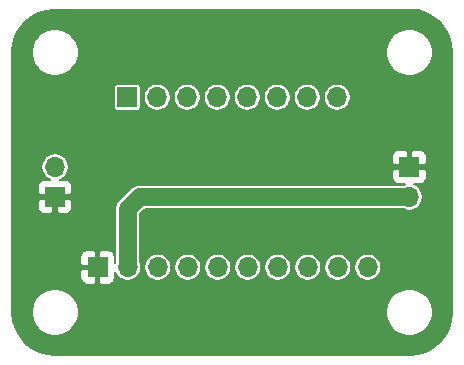
<source format=gbr>
%TF.GenerationSoftware,KiCad,Pcbnew,5.1.6-c6e7f7d~87~ubuntu18.04.1*%
%TF.CreationDate,2020-08-12T00:36:41-03:00*%
%TF.ProjectId,tfAdapter_V1,74664164-6170-4746-9572-5f56312e6b69,rev?*%
%TF.SameCoordinates,Original*%
%TF.FileFunction,Copper,L2,Bot*%
%TF.FilePolarity,Positive*%
%FSLAX46Y46*%
G04 Gerber Fmt 4.6, Leading zero omitted, Abs format (unit mm)*
G04 Created by KiCad (PCBNEW 5.1.6-c6e7f7d~87~ubuntu18.04.1) date 2020-08-12 00:36:41*
%MOMM*%
%LPD*%
G01*
G04 APERTURE LIST*
%TA.AperFunction,ComponentPad*%
%ADD10O,1.700000X1.700000*%
%TD*%
%TA.AperFunction,ComponentPad*%
%ADD11R,1.700000X1.700000*%
%TD*%
%TA.AperFunction,ViaPad*%
%ADD12C,0.800000*%
%TD*%
%TA.AperFunction,Conductor*%
%ADD13C,1.500000*%
%TD*%
%TA.AperFunction,Conductor*%
%ADD14C,0.200000*%
%TD*%
G04 APERTURE END LIST*
D10*
%TO.P,J1,2*%
%TO.N,Net-(J1-Pad2)*%
X138000000Y-97700000D03*
D11*
%TO.P,J1,1*%
%TO.N,GNDREF*%
X138000000Y-100240000D03*
%TD*%
%TO.P,J2,1*%
%TO.N,GNDREF*%
X141600000Y-106200000D03*
D10*
%TO.P,J2,2*%
%TO.N,Net-(J1-Pad2)*%
X144140000Y-106200000D03*
%TO.P,J2,3*%
%TO.N,Net-(J2-Pad3)*%
X146680000Y-106200000D03*
%TO.P,J2,4*%
%TO.N,Net-(J2-Pad4)*%
X149220000Y-106200000D03*
%TO.P,J2,5*%
%TO.N,Net-(J2-Pad5)*%
X151760000Y-106200000D03*
%TO.P,J2,6*%
%TO.N,Net-(J2-Pad6)*%
X154300000Y-106200000D03*
%TO.P,J2,7*%
%TO.N,Net-(J2-Pad7)*%
X156840000Y-106200000D03*
%TO.P,J2,8*%
%TO.N,Net-(J2-Pad8)*%
X159380000Y-106200000D03*
%TO.P,J2,9*%
%TO.N,Net-(J2-Pad9)*%
X161920000Y-106200000D03*
%TO.P,J2,10*%
%TO.N,Net-(J2-Pad10)*%
X164460000Y-106200000D03*
%TD*%
D11*
%TO.P,J3,1*%
%TO.N,Net-(J2-Pad3)*%
X144100000Y-91800000D03*
D10*
%TO.P,J3,2*%
%TO.N,Net-(J2-Pad4)*%
X146640000Y-91800000D03*
%TO.P,J3,3*%
%TO.N,Net-(J2-Pad5)*%
X149180000Y-91800000D03*
%TO.P,J3,4*%
%TO.N,Net-(J2-Pad6)*%
X151720000Y-91800000D03*
%TO.P,J3,5*%
%TO.N,Net-(J2-Pad7)*%
X154260000Y-91800000D03*
%TO.P,J3,6*%
%TO.N,Net-(J2-Pad8)*%
X156800000Y-91800000D03*
%TO.P,J3,7*%
%TO.N,Net-(J2-Pad9)*%
X159340000Y-91800000D03*
%TO.P,J3,8*%
%TO.N,Net-(J2-Pad10)*%
X161880000Y-91800000D03*
%TD*%
D11*
%TO.P,J4,1*%
%TO.N,GNDREF*%
X168000000Y-97700000D03*
D10*
%TO.P,J4,2*%
%TO.N,Net-(J1-Pad2)*%
X168000000Y-100240000D03*
%TD*%
D12*
%TO.N,GNDREF*%
X145400000Y-95000000D03*
X147900000Y-95000000D03*
X150500000Y-95000000D03*
X153000000Y-95000000D03*
X155500000Y-95000000D03*
X158100000Y-95000000D03*
X160600000Y-95000000D03*
X163100000Y-95000000D03*
X142800000Y-95000000D03*
X145500000Y-103000000D03*
X147900000Y-103000000D03*
X150500000Y-103000000D03*
X153000000Y-103000000D03*
X155600000Y-103000000D03*
X158100000Y-103000000D03*
X160700000Y-103000000D03*
X163200000Y-103000000D03*
X165700000Y-103000000D03*
X142600000Y-103000000D03*
X140400000Y-96200000D03*
X140400000Y-99600000D03*
X165700000Y-98800000D03*
X137000000Y-105000000D03*
X137000000Y-107000000D03*
X169000000Y-93000000D03*
X169000000Y-91000000D03*
X169000000Y-105000000D03*
X169000000Y-107000000D03*
X137000000Y-93000000D03*
X137000000Y-91000000D03*
X147000000Y-111000000D03*
X149000000Y-111000000D03*
X151000000Y-111000000D03*
X153000000Y-111000000D03*
X155000000Y-111000000D03*
X157000000Y-111000000D03*
X159000000Y-111000000D03*
X161000000Y-111000000D03*
X163000000Y-111000000D03*
X165000000Y-111000000D03*
X146000000Y-87000000D03*
X160000000Y-87000000D03*
X150000000Y-87000000D03*
X148000000Y-87000000D03*
X144000000Y-87000000D03*
X156000000Y-87000000D03*
X154000000Y-87000000D03*
X162000000Y-87000000D03*
X152000000Y-87000000D03*
X158000000Y-87000000D03*
X167000000Y-93000000D03*
X167000000Y-91000000D03*
X167000000Y-105000000D03*
X167000000Y-107000000D03*
X139000000Y-107000000D03*
X139000000Y-105000000D03*
X139000000Y-91000000D03*
X139000000Y-93000000D03*
%TD*%
D13*
%TO.N,Net-(J1-Pad2)*%
X168000000Y-100240000D02*
X145160000Y-100240000D01*
X144140000Y-101260000D02*
X144140000Y-106200000D01*
X145160000Y-100240000D02*
X144140000Y-101260000D01*
%TD*%
D14*
%TO.N,GNDREF*%
G36*
X168703747Y-84445801D02*
G01*
X169380697Y-84650184D01*
X170005050Y-84982159D01*
X170553030Y-85429080D01*
X171003770Y-85973930D01*
X171340097Y-86595954D01*
X171549199Y-87271455D01*
X171624971Y-87992379D01*
X171625000Y-88000726D01*
X171625001Y-109981652D01*
X171554199Y-110703747D01*
X171349816Y-111380697D01*
X171017844Y-112005045D01*
X170570920Y-112553030D01*
X170026066Y-113003772D01*
X169404047Y-113340097D01*
X168728550Y-113549198D01*
X168007622Y-113624971D01*
X167999273Y-113625000D01*
X138018338Y-113625000D01*
X137296253Y-113554199D01*
X136619303Y-113349816D01*
X135994955Y-113017844D01*
X135446970Y-112570920D01*
X134996228Y-112026066D01*
X134659903Y-111404047D01*
X134450802Y-110728550D01*
X134375029Y-110007622D01*
X134375000Y-109999273D01*
X134375000Y-109804456D01*
X136014606Y-109804456D01*
X136014606Y-110195544D01*
X136090904Y-110579118D01*
X136240567Y-110940436D01*
X136457844Y-111265615D01*
X136734385Y-111542156D01*
X137059564Y-111759433D01*
X137420882Y-111909096D01*
X137804456Y-111985394D01*
X138195544Y-111985394D01*
X138579118Y-111909096D01*
X138940436Y-111759433D01*
X139265615Y-111542156D01*
X139542156Y-111265615D01*
X139759433Y-110940436D01*
X139909096Y-110579118D01*
X139985394Y-110195544D01*
X139985394Y-109804456D01*
X166014606Y-109804456D01*
X166014606Y-110195544D01*
X166090904Y-110579118D01*
X166240567Y-110940436D01*
X166457844Y-111265615D01*
X166734385Y-111542156D01*
X167059564Y-111759433D01*
X167420882Y-111909096D01*
X167804456Y-111985394D01*
X168195544Y-111985394D01*
X168579118Y-111909096D01*
X168940436Y-111759433D01*
X169265615Y-111542156D01*
X169542156Y-111265615D01*
X169759433Y-110940436D01*
X169909096Y-110579118D01*
X169985394Y-110195544D01*
X169985394Y-109804456D01*
X169909096Y-109420882D01*
X169759433Y-109059564D01*
X169542156Y-108734385D01*
X169265615Y-108457844D01*
X168940436Y-108240567D01*
X168579118Y-108090904D01*
X168195544Y-108014606D01*
X167804456Y-108014606D01*
X167420882Y-108090904D01*
X167059564Y-108240567D01*
X166734385Y-108457844D01*
X166457844Y-108734385D01*
X166240567Y-109059564D01*
X166090904Y-109420882D01*
X166014606Y-109804456D01*
X139985394Y-109804456D01*
X139909096Y-109420882D01*
X139759433Y-109059564D01*
X139542156Y-108734385D01*
X139265615Y-108457844D01*
X138940436Y-108240567D01*
X138579118Y-108090904D01*
X138195544Y-108014606D01*
X137804456Y-108014606D01*
X137420882Y-108090904D01*
X137059564Y-108240567D01*
X136734385Y-108457844D01*
X136457844Y-108734385D01*
X136240567Y-109059564D01*
X136090904Y-109420882D01*
X136014606Y-109804456D01*
X134375000Y-109804456D01*
X134375000Y-107050000D01*
X140139058Y-107050000D01*
X140150797Y-107169189D01*
X140185563Y-107283797D01*
X140242020Y-107389421D01*
X140317999Y-107482001D01*
X140410579Y-107557980D01*
X140516203Y-107614437D01*
X140630811Y-107649203D01*
X140750000Y-107660942D01*
X141294000Y-107658000D01*
X141446000Y-107506000D01*
X141446000Y-106354000D01*
X140294000Y-106354000D01*
X140142000Y-106506000D01*
X140139058Y-107050000D01*
X134375000Y-107050000D01*
X134375000Y-105350000D01*
X140139058Y-105350000D01*
X140142000Y-105894000D01*
X140294000Y-106046000D01*
X141446000Y-106046000D01*
X141446000Y-104894000D01*
X141754000Y-104894000D01*
X141754000Y-106046000D01*
X141774000Y-106046000D01*
X141774000Y-106354000D01*
X141754000Y-106354000D01*
X141754000Y-107506000D01*
X141906000Y-107658000D01*
X142450000Y-107660942D01*
X142569189Y-107649203D01*
X142683797Y-107614437D01*
X142789421Y-107557980D01*
X142882001Y-107482001D01*
X142957980Y-107389421D01*
X143014437Y-107283797D01*
X143049203Y-107169189D01*
X143060942Y-107050000D01*
X143058476Y-106594065D01*
X143120884Y-106744729D01*
X143246737Y-106933082D01*
X143406918Y-107093263D01*
X143595271Y-107219116D01*
X143804557Y-107305806D01*
X144026735Y-107350000D01*
X144253265Y-107350000D01*
X144475443Y-107305806D01*
X144684729Y-107219116D01*
X144873082Y-107093263D01*
X145033263Y-106933082D01*
X145159116Y-106744729D01*
X145245806Y-106535443D01*
X145290000Y-106313265D01*
X145290000Y-106086735D01*
X145530000Y-106086735D01*
X145530000Y-106313265D01*
X145574194Y-106535443D01*
X145660884Y-106744729D01*
X145786737Y-106933082D01*
X145946918Y-107093263D01*
X146135271Y-107219116D01*
X146344557Y-107305806D01*
X146566735Y-107350000D01*
X146793265Y-107350000D01*
X147015443Y-107305806D01*
X147224729Y-107219116D01*
X147413082Y-107093263D01*
X147573263Y-106933082D01*
X147699116Y-106744729D01*
X147785806Y-106535443D01*
X147830000Y-106313265D01*
X147830000Y-106086735D01*
X148070000Y-106086735D01*
X148070000Y-106313265D01*
X148114194Y-106535443D01*
X148200884Y-106744729D01*
X148326737Y-106933082D01*
X148486918Y-107093263D01*
X148675271Y-107219116D01*
X148884557Y-107305806D01*
X149106735Y-107350000D01*
X149333265Y-107350000D01*
X149555443Y-107305806D01*
X149764729Y-107219116D01*
X149953082Y-107093263D01*
X150113263Y-106933082D01*
X150239116Y-106744729D01*
X150325806Y-106535443D01*
X150370000Y-106313265D01*
X150370000Y-106086735D01*
X150610000Y-106086735D01*
X150610000Y-106313265D01*
X150654194Y-106535443D01*
X150740884Y-106744729D01*
X150866737Y-106933082D01*
X151026918Y-107093263D01*
X151215271Y-107219116D01*
X151424557Y-107305806D01*
X151646735Y-107350000D01*
X151873265Y-107350000D01*
X152095443Y-107305806D01*
X152304729Y-107219116D01*
X152493082Y-107093263D01*
X152653263Y-106933082D01*
X152779116Y-106744729D01*
X152865806Y-106535443D01*
X152910000Y-106313265D01*
X152910000Y-106086735D01*
X153150000Y-106086735D01*
X153150000Y-106313265D01*
X153194194Y-106535443D01*
X153280884Y-106744729D01*
X153406737Y-106933082D01*
X153566918Y-107093263D01*
X153755271Y-107219116D01*
X153964557Y-107305806D01*
X154186735Y-107350000D01*
X154413265Y-107350000D01*
X154635443Y-107305806D01*
X154844729Y-107219116D01*
X155033082Y-107093263D01*
X155193263Y-106933082D01*
X155319116Y-106744729D01*
X155405806Y-106535443D01*
X155450000Y-106313265D01*
X155450000Y-106086735D01*
X155690000Y-106086735D01*
X155690000Y-106313265D01*
X155734194Y-106535443D01*
X155820884Y-106744729D01*
X155946737Y-106933082D01*
X156106918Y-107093263D01*
X156295271Y-107219116D01*
X156504557Y-107305806D01*
X156726735Y-107350000D01*
X156953265Y-107350000D01*
X157175443Y-107305806D01*
X157384729Y-107219116D01*
X157573082Y-107093263D01*
X157733263Y-106933082D01*
X157859116Y-106744729D01*
X157945806Y-106535443D01*
X157990000Y-106313265D01*
X157990000Y-106086735D01*
X158230000Y-106086735D01*
X158230000Y-106313265D01*
X158274194Y-106535443D01*
X158360884Y-106744729D01*
X158486737Y-106933082D01*
X158646918Y-107093263D01*
X158835271Y-107219116D01*
X159044557Y-107305806D01*
X159266735Y-107350000D01*
X159493265Y-107350000D01*
X159715443Y-107305806D01*
X159924729Y-107219116D01*
X160113082Y-107093263D01*
X160273263Y-106933082D01*
X160399116Y-106744729D01*
X160485806Y-106535443D01*
X160530000Y-106313265D01*
X160530000Y-106086735D01*
X160770000Y-106086735D01*
X160770000Y-106313265D01*
X160814194Y-106535443D01*
X160900884Y-106744729D01*
X161026737Y-106933082D01*
X161186918Y-107093263D01*
X161375271Y-107219116D01*
X161584557Y-107305806D01*
X161806735Y-107350000D01*
X162033265Y-107350000D01*
X162255443Y-107305806D01*
X162464729Y-107219116D01*
X162653082Y-107093263D01*
X162813263Y-106933082D01*
X162939116Y-106744729D01*
X163025806Y-106535443D01*
X163070000Y-106313265D01*
X163070000Y-106086735D01*
X163310000Y-106086735D01*
X163310000Y-106313265D01*
X163354194Y-106535443D01*
X163440884Y-106744729D01*
X163566737Y-106933082D01*
X163726918Y-107093263D01*
X163915271Y-107219116D01*
X164124557Y-107305806D01*
X164346735Y-107350000D01*
X164573265Y-107350000D01*
X164795443Y-107305806D01*
X165004729Y-107219116D01*
X165193082Y-107093263D01*
X165353263Y-106933082D01*
X165479116Y-106744729D01*
X165565806Y-106535443D01*
X165610000Y-106313265D01*
X165610000Y-106086735D01*
X165565806Y-105864557D01*
X165479116Y-105655271D01*
X165353263Y-105466918D01*
X165193082Y-105306737D01*
X165004729Y-105180884D01*
X164795443Y-105094194D01*
X164573265Y-105050000D01*
X164346735Y-105050000D01*
X164124557Y-105094194D01*
X163915271Y-105180884D01*
X163726918Y-105306737D01*
X163566737Y-105466918D01*
X163440884Y-105655271D01*
X163354194Y-105864557D01*
X163310000Y-106086735D01*
X163070000Y-106086735D01*
X163025806Y-105864557D01*
X162939116Y-105655271D01*
X162813263Y-105466918D01*
X162653082Y-105306737D01*
X162464729Y-105180884D01*
X162255443Y-105094194D01*
X162033265Y-105050000D01*
X161806735Y-105050000D01*
X161584557Y-105094194D01*
X161375271Y-105180884D01*
X161186918Y-105306737D01*
X161026737Y-105466918D01*
X160900884Y-105655271D01*
X160814194Y-105864557D01*
X160770000Y-106086735D01*
X160530000Y-106086735D01*
X160485806Y-105864557D01*
X160399116Y-105655271D01*
X160273263Y-105466918D01*
X160113082Y-105306737D01*
X159924729Y-105180884D01*
X159715443Y-105094194D01*
X159493265Y-105050000D01*
X159266735Y-105050000D01*
X159044557Y-105094194D01*
X158835271Y-105180884D01*
X158646918Y-105306737D01*
X158486737Y-105466918D01*
X158360884Y-105655271D01*
X158274194Y-105864557D01*
X158230000Y-106086735D01*
X157990000Y-106086735D01*
X157945806Y-105864557D01*
X157859116Y-105655271D01*
X157733263Y-105466918D01*
X157573082Y-105306737D01*
X157384729Y-105180884D01*
X157175443Y-105094194D01*
X156953265Y-105050000D01*
X156726735Y-105050000D01*
X156504557Y-105094194D01*
X156295271Y-105180884D01*
X156106918Y-105306737D01*
X155946737Y-105466918D01*
X155820884Y-105655271D01*
X155734194Y-105864557D01*
X155690000Y-106086735D01*
X155450000Y-106086735D01*
X155405806Y-105864557D01*
X155319116Y-105655271D01*
X155193263Y-105466918D01*
X155033082Y-105306737D01*
X154844729Y-105180884D01*
X154635443Y-105094194D01*
X154413265Y-105050000D01*
X154186735Y-105050000D01*
X153964557Y-105094194D01*
X153755271Y-105180884D01*
X153566918Y-105306737D01*
X153406737Y-105466918D01*
X153280884Y-105655271D01*
X153194194Y-105864557D01*
X153150000Y-106086735D01*
X152910000Y-106086735D01*
X152865806Y-105864557D01*
X152779116Y-105655271D01*
X152653263Y-105466918D01*
X152493082Y-105306737D01*
X152304729Y-105180884D01*
X152095443Y-105094194D01*
X151873265Y-105050000D01*
X151646735Y-105050000D01*
X151424557Y-105094194D01*
X151215271Y-105180884D01*
X151026918Y-105306737D01*
X150866737Y-105466918D01*
X150740884Y-105655271D01*
X150654194Y-105864557D01*
X150610000Y-106086735D01*
X150370000Y-106086735D01*
X150325806Y-105864557D01*
X150239116Y-105655271D01*
X150113263Y-105466918D01*
X149953082Y-105306737D01*
X149764729Y-105180884D01*
X149555443Y-105094194D01*
X149333265Y-105050000D01*
X149106735Y-105050000D01*
X148884557Y-105094194D01*
X148675271Y-105180884D01*
X148486918Y-105306737D01*
X148326737Y-105466918D01*
X148200884Y-105655271D01*
X148114194Y-105864557D01*
X148070000Y-106086735D01*
X147830000Y-106086735D01*
X147785806Y-105864557D01*
X147699116Y-105655271D01*
X147573263Y-105466918D01*
X147413082Y-105306737D01*
X147224729Y-105180884D01*
X147015443Y-105094194D01*
X146793265Y-105050000D01*
X146566735Y-105050000D01*
X146344557Y-105094194D01*
X146135271Y-105180884D01*
X145946918Y-105306737D01*
X145786737Y-105466918D01*
X145660884Y-105655271D01*
X145574194Y-105864557D01*
X145530000Y-106086735D01*
X145290000Y-106086735D01*
X145245806Y-105864557D01*
X145190000Y-105729831D01*
X145190000Y-101694923D01*
X145594924Y-101290000D01*
X167529831Y-101290000D01*
X167664557Y-101345806D01*
X167886735Y-101390000D01*
X168113265Y-101390000D01*
X168335443Y-101345806D01*
X168544729Y-101259116D01*
X168733082Y-101133263D01*
X168893263Y-100973082D01*
X169019116Y-100784729D01*
X169105806Y-100575443D01*
X169150000Y-100353265D01*
X169150000Y-100126735D01*
X169105806Y-99904557D01*
X169019116Y-99695271D01*
X168893263Y-99506918D01*
X168733082Y-99346737D01*
X168544729Y-99220884D01*
X168394065Y-99158476D01*
X168850000Y-99160942D01*
X168969189Y-99149203D01*
X169083797Y-99114437D01*
X169189421Y-99057980D01*
X169282001Y-98982001D01*
X169357980Y-98889421D01*
X169414437Y-98783797D01*
X169449203Y-98669189D01*
X169460942Y-98550000D01*
X169458000Y-98006000D01*
X169306000Y-97854000D01*
X168154000Y-97854000D01*
X168154000Y-97874000D01*
X167846000Y-97874000D01*
X167846000Y-97854000D01*
X166694000Y-97854000D01*
X166542000Y-98006000D01*
X166539058Y-98550000D01*
X166550797Y-98669189D01*
X166585563Y-98783797D01*
X166642020Y-98889421D01*
X166717999Y-98982001D01*
X166810579Y-99057980D01*
X166916203Y-99114437D01*
X167030811Y-99149203D01*
X167150000Y-99160942D01*
X167605935Y-99158476D01*
X167529831Y-99190000D01*
X145211571Y-99190000D01*
X145160000Y-99184921D01*
X145108429Y-99190000D01*
X145108422Y-99190000D01*
X144954164Y-99205193D01*
X144756238Y-99265233D01*
X144573829Y-99362733D01*
X144413946Y-99493946D01*
X144381067Y-99534009D01*
X143434014Y-100481063D01*
X143393946Y-100513946D01*
X143262733Y-100673829D01*
X143165233Y-100856239D01*
X143105193Y-101054165D01*
X143090000Y-101208423D01*
X143090000Y-101208432D01*
X143084921Y-101260000D01*
X143090000Y-101311568D01*
X143090001Y-105729829D01*
X143058476Y-105805935D01*
X143060942Y-105350000D01*
X143049203Y-105230811D01*
X143014437Y-105116203D01*
X142957980Y-105010579D01*
X142882001Y-104917999D01*
X142789421Y-104842020D01*
X142683797Y-104785563D01*
X142569189Y-104750797D01*
X142450000Y-104739058D01*
X141906000Y-104742000D01*
X141754000Y-104894000D01*
X141446000Y-104894000D01*
X141294000Y-104742000D01*
X140750000Y-104739058D01*
X140630811Y-104750797D01*
X140516203Y-104785563D01*
X140410579Y-104842020D01*
X140317999Y-104917999D01*
X140242020Y-105010579D01*
X140185563Y-105116203D01*
X140150797Y-105230811D01*
X140139058Y-105350000D01*
X134375000Y-105350000D01*
X134375000Y-101090000D01*
X136539058Y-101090000D01*
X136550797Y-101209189D01*
X136585563Y-101323797D01*
X136642020Y-101429421D01*
X136717999Y-101522001D01*
X136810579Y-101597980D01*
X136916203Y-101654437D01*
X137030811Y-101689203D01*
X137150000Y-101700942D01*
X137694000Y-101698000D01*
X137846000Y-101546000D01*
X137846000Y-100394000D01*
X138154000Y-100394000D01*
X138154000Y-101546000D01*
X138306000Y-101698000D01*
X138850000Y-101700942D01*
X138969189Y-101689203D01*
X139083797Y-101654437D01*
X139189421Y-101597980D01*
X139282001Y-101522001D01*
X139357980Y-101429421D01*
X139414437Y-101323797D01*
X139449203Y-101209189D01*
X139460942Y-101090000D01*
X139458000Y-100546000D01*
X139306000Y-100394000D01*
X138154000Y-100394000D01*
X137846000Y-100394000D01*
X136694000Y-100394000D01*
X136542000Y-100546000D01*
X136539058Y-101090000D01*
X134375000Y-101090000D01*
X134375000Y-99390000D01*
X136539058Y-99390000D01*
X136542000Y-99934000D01*
X136694000Y-100086000D01*
X137846000Y-100086000D01*
X137846000Y-100066000D01*
X138154000Y-100066000D01*
X138154000Y-100086000D01*
X139306000Y-100086000D01*
X139458000Y-99934000D01*
X139460942Y-99390000D01*
X139449203Y-99270811D01*
X139414437Y-99156203D01*
X139357980Y-99050579D01*
X139282001Y-98957999D01*
X139189421Y-98882020D01*
X139083797Y-98825563D01*
X138969189Y-98790797D01*
X138850000Y-98779058D01*
X138394065Y-98781524D01*
X138544729Y-98719116D01*
X138733082Y-98593263D01*
X138893263Y-98433082D01*
X139019116Y-98244729D01*
X139105806Y-98035443D01*
X139150000Y-97813265D01*
X139150000Y-97586735D01*
X139105806Y-97364557D01*
X139019116Y-97155271D01*
X138893263Y-96966918D01*
X138776345Y-96850000D01*
X166539058Y-96850000D01*
X166542000Y-97394000D01*
X166694000Y-97546000D01*
X167846000Y-97546000D01*
X167846000Y-96394000D01*
X168154000Y-96394000D01*
X168154000Y-97546000D01*
X169306000Y-97546000D01*
X169458000Y-97394000D01*
X169460942Y-96850000D01*
X169449203Y-96730811D01*
X169414437Y-96616203D01*
X169357980Y-96510579D01*
X169282001Y-96417999D01*
X169189421Y-96342020D01*
X169083797Y-96285563D01*
X168969189Y-96250797D01*
X168850000Y-96239058D01*
X168306000Y-96242000D01*
X168154000Y-96394000D01*
X167846000Y-96394000D01*
X167694000Y-96242000D01*
X167150000Y-96239058D01*
X167030811Y-96250797D01*
X166916203Y-96285563D01*
X166810579Y-96342020D01*
X166717999Y-96417999D01*
X166642020Y-96510579D01*
X166585563Y-96616203D01*
X166550797Y-96730811D01*
X166539058Y-96850000D01*
X138776345Y-96850000D01*
X138733082Y-96806737D01*
X138544729Y-96680884D01*
X138335443Y-96594194D01*
X138113265Y-96550000D01*
X137886735Y-96550000D01*
X137664557Y-96594194D01*
X137455271Y-96680884D01*
X137266918Y-96806737D01*
X137106737Y-96966918D01*
X136980884Y-97155271D01*
X136894194Y-97364557D01*
X136850000Y-97586735D01*
X136850000Y-97813265D01*
X136894194Y-98035443D01*
X136980884Y-98244729D01*
X137106737Y-98433082D01*
X137266918Y-98593263D01*
X137455271Y-98719116D01*
X137605935Y-98781524D01*
X137150000Y-98779058D01*
X137030811Y-98790797D01*
X136916203Y-98825563D01*
X136810579Y-98882020D01*
X136717999Y-98957999D01*
X136642020Y-99050579D01*
X136585563Y-99156203D01*
X136550797Y-99270811D01*
X136539058Y-99390000D01*
X134375000Y-99390000D01*
X134375000Y-90950000D01*
X142948549Y-90950000D01*
X142948549Y-92650000D01*
X142954341Y-92708810D01*
X142971496Y-92765360D01*
X142999353Y-92817477D01*
X143036842Y-92863158D01*
X143082523Y-92900647D01*
X143134640Y-92928504D01*
X143191190Y-92945659D01*
X143250000Y-92951451D01*
X144950000Y-92951451D01*
X145008810Y-92945659D01*
X145065360Y-92928504D01*
X145117477Y-92900647D01*
X145163158Y-92863158D01*
X145200647Y-92817477D01*
X145228504Y-92765360D01*
X145245659Y-92708810D01*
X145251451Y-92650000D01*
X145251451Y-91686735D01*
X145490000Y-91686735D01*
X145490000Y-91913265D01*
X145534194Y-92135443D01*
X145620884Y-92344729D01*
X145746737Y-92533082D01*
X145906918Y-92693263D01*
X146095271Y-92819116D01*
X146304557Y-92905806D01*
X146526735Y-92950000D01*
X146753265Y-92950000D01*
X146975443Y-92905806D01*
X147184729Y-92819116D01*
X147373082Y-92693263D01*
X147533263Y-92533082D01*
X147659116Y-92344729D01*
X147745806Y-92135443D01*
X147790000Y-91913265D01*
X147790000Y-91686735D01*
X148030000Y-91686735D01*
X148030000Y-91913265D01*
X148074194Y-92135443D01*
X148160884Y-92344729D01*
X148286737Y-92533082D01*
X148446918Y-92693263D01*
X148635271Y-92819116D01*
X148844557Y-92905806D01*
X149066735Y-92950000D01*
X149293265Y-92950000D01*
X149515443Y-92905806D01*
X149724729Y-92819116D01*
X149913082Y-92693263D01*
X150073263Y-92533082D01*
X150199116Y-92344729D01*
X150285806Y-92135443D01*
X150330000Y-91913265D01*
X150330000Y-91686735D01*
X150570000Y-91686735D01*
X150570000Y-91913265D01*
X150614194Y-92135443D01*
X150700884Y-92344729D01*
X150826737Y-92533082D01*
X150986918Y-92693263D01*
X151175271Y-92819116D01*
X151384557Y-92905806D01*
X151606735Y-92950000D01*
X151833265Y-92950000D01*
X152055443Y-92905806D01*
X152264729Y-92819116D01*
X152453082Y-92693263D01*
X152613263Y-92533082D01*
X152739116Y-92344729D01*
X152825806Y-92135443D01*
X152870000Y-91913265D01*
X152870000Y-91686735D01*
X153110000Y-91686735D01*
X153110000Y-91913265D01*
X153154194Y-92135443D01*
X153240884Y-92344729D01*
X153366737Y-92533082D01*
X153526918Y-92693263D01*
X153715271Y-92819116D01*
X153924557Y-92905806D01*
X154146735Y-92950000D01*
X154373265Y-92950000D01*
X154595443Y-92905806D01*
X154804729Y-92819116D01*
X154993082Y-92693263D01*
X155153263Y-92533082D01*
X155279116Y-92344729D01*
X155365806Y-92135443D01*
X155410000Y-91913265D01*
X155410000Y-91686735D01*
X155650000Y-91686735D01*
X155650000Y-91913265D01*
X155694194Y-92135443D01*
X155780884Y-92344729D01*
X155906737Y-92533082D01*
X156066918Y-92693263D01*
X156255271Y-92819116D01*
X156464557Y-92905806D01*
X156686735Y-92950000D01*
X156913265Y-92950000D01*
X157135443Y-92905806D01*
X157344729Y-92819116D01*
X157533082Y-92693263D01*
X157693263Y-92533082D01*
X157819116Y-92344729D01*
X157905806Y-92135443D01*
X157950000Y-91913265D01*
X157950000Y-91686735D01*
X158190000Y-91686735D01*
X158190000Y-91913265D01*
X158234194Y-92135443D01*
X158320884Y-92344729D01*
X158446737Y-92533082D01*
X158606918Y-92693263D01*
X158795271Y-92819116D01*
X159004557Y-92905806D01*
X159226735Y-92950000D01*
X159453265Y-92950000D01*
X159675443Y-92905806D01*
X159884729Y-92819116D01*
X160073082Y-92693263D01*
X160233263Y-92533082D01*
X160359116Y-92344729D01*
X160445806Y-92135443D01*
X160490000Y-91913265D01*
X160490000Y-91686735D01*
X160730000Y-91686735D01*
X160730000Y-91913265D01*
X160774194Y-92135443D01*
X160860884Y-92344729D01*
X160986737Y-92533082D01*
X161146918Y-92693263D01*
X161335271Y-92819116D01*
X161544557Y-92905806D01*
X161766735Y-92950000D01*
X161993265Y-92950000D01*
X162215443Y-92905806D01*
X162424729Y-92819116D01*
X162613082Y-92693263D01*
X162773263Y-92533082D01*
X162899116Y-92344729D01*
X162985806Y-92135443D01*
X163030000Y-91913265D01*
X163030000Y-91686735D01*
X162985806Y-91464557D01*
X162899116Y-91255271D01*
X162773263Y-91066918D01*
X162613082Y-90906737D01*
X162424729Y-90780884D01*
X162215443Y-90694194D01*
X161993265Y-90650000D01*
X161766735Y-90650000D01*
X161544557Y-90694194D01*
X161335271Y-90780884D01*
X161146918Y-90906737D01*
X160986737Y-91066918D01*
X160860884Y-91255271D01*
X160774194Y-91464557D01*
X160730000Y-91686735D01*
X160490000Y-91686735D01*
X160445806Y-91464557D01*
X160359116Y-91255271D01*
X160233263Y-91066918D01*
X160073082Y-90906737D01*
X159884729Y-90780884D01*
X159675443Y-90694194D01*
X159453265Y-90650000D01*
X159226735Y-90650000D01*
X159004557Y-90694194D01*
X158795271Y-90780884D01*
X158606918Y-90906737D01*
X158446737Y-91066918D01*
X158320884Y-91255271D01*
X158234194Y-91464557D01*
X158190000Y-91686735D01*
X157950000Y-91686735D01*
X157905806Y-91464557D01*
X157819116Y-91255271D01*
X157693263Y-91066918D01*
X157533082Y-90906737D01*
X157344729Y-90780884D01*
X157135443Y-90694194D01*
X156913265Y-90650000D01*
X156686735Y-90650000D01*
X156464557Y-90694194D01*
X156255271Y-90780884D01*
X156066918Y-90906737D01*
X155906737Y-91066918D01*
X155780884Y-91255271D01*
X155694194Y-91464557D01*
X155650000Y-91686735D01*
X155410000Y-91686735D01*
X155365806Y-91464557D01*
X155279116Y-91255271D01*
X155153263Y-91066918D01*
X154993082Y-90906737D01*
X154804729Y-90780884D01*
X154595443Y-90694194D01*
X154373265Y-90650000D01*
X154146735Y-90650000D01*
X153924557Y-90694194D01*
X153715271Y-90780884D01*
X153526918Y-90906737D01*
X153366737Y-91066918D01*
X153240884Y-91255271D01*
X153154194Y-91464557D01*
X153110000Y-91686735D01*
X152870000Y-91686735D01*
X152825806Y-91464557D01*
X152739116Y-91255271D01*
X152613263Y-91066918D01*
X152453082Y-90906737D01*
X152264729Y-90780884D01*
X152055443Y-90694194D01*
X151833265Y-90650000D01*
X151606735Y-90650000D01*
X151384557Y-90694194D01*
X151175271Y-90780884D01*
X150986918Y-90906737D01*
X150826737Y-91066918D01*
X150700884Y-91255271D01*
X150614194Y-91464557D01*
X150570000Y-91686735D01*
X150330000Y-91686735D01*
X150285806Y-91464557D01*
X150199116Y-91255271D01*
X150073263Y-91066918D01*
X149913082Y-90906737D01*
X149724729Y-90780884D01*
X149515443Y-90694194D01*
X149293265Y-90650000D01*
X149066735Y-90650000D01*
X148844557Y-90694194D01*
X148635271Y-90780884D01*
X148446918Y-90906737D01*
X148286737Y-91066918D01*
X148160884Y-91255271D01*
X148074194Y-91464557D01*
X148030000Y-91686735D01*
X147790000Y-91686735D01*
X147745806Y-91464557D01*
X147659116Y-91255271D01*
X147533263Y-91066918D01*
X147373082Y-90906737D01*
X147184729Y-90780884D01*
X146975443Y-90694194D01*
X146753265Y-90650000D01*
X146526735Y-90650000D01*
X146304557Y-90694194D01*
X146095271Y-90780884D01*
X145906918Y-90906737D01*
X145746737Y-91066918D01*
X145620884Y-91255271D01*
X145534194Y-91464557D01*
X145490000Y-91686735D01*
X145251451Y-91686735D01*
X145251451Y-90950000D01*
X145245659Y-90891190D01*
X145228504Y-90834640D01*
X145200647Y-90782523D01*
X145163158Y-90736842D01*
X145117477Y-90699353D01*
X145065360Y-90671496D01*
X145008810Y-90654341D01*
X144950000Y-90648549D01*
X143250000Y-90648549D01*
X143191190Y-90654341D01*
X143134640Y-90671496D01*
X143082523Y-90699353D01*
X143036842Y-90736842D01*
X142999353Y-90782523D01*
X142971496Y-90834640D01*
X142954341Y-90891190D01*
X142948549Y-90950000D01*
X134375000Y-90950000D01*
X134375000Y-88018337D01*
X134395971Y-87804456D01*
X136014606Y-87804456D01*
X136014606Y-88195544D01*
X136090904Y-88579118D01*
X136240567Y-88940436D01*
X136457844Y-89265615D01*
X136734385Y-89542156D01*
X137059564Y-89759433D01*
X137420882Y-89909096D01*
X137804456Y-89985394D01*
X138195544Y-89985394D01*
X138579118Y-89909096D01*
X138940436Y-89759433D01*
X139265615Y-89542156D01*
X139542156Y-89265615D01*
X139759433Y-88940436D01*
X139909096Y-88579118D01*
X139985394Y-88195544D01*
X139985394Y-87804456D01*
X166014606Y-87804456D01*
X166014606Y-88195544D01*
X166090904Y-88579118D01*
X166240567Y-88940436D01*
X166457844Y-89265615D01*
X166734385Y-89542156D01*
X167059564Y-89759433D01*
X167420882Y-89909096D01*
X167804456Y-89985394D01*
X168195544Y-89985394D01*
X168579118Y-89909096D01*
X168940436Y-89759433D01*
X169265615Y-89542156D01*
X169542156Y-89265615D01*
X169759433Y-88940436D01*
X169909096Y-88579118D01*
X169985394Y-88195544D01*
X169985394Y-87804456D01*
X169909096Y-87420882D01*
X169759433Y-87059564D01*
X169542156Y-86734385D01*
X169265615Y-86457844D01*
X168940436Y-86240567D01*
X168579118Y-86090904D01*
X168195544Y-86014606D01*
X167804456Y-86014606D01*
X167420882Y-86090904D01*
X167059564Y-86240567D01*
X166734385Y-86457844D01*
X166457844Y-86734385D01*
X166240567Y-87059564D01*
X166090904Y-87420882D01*
X166014606Y-87804456D01*
X139985394Y-87804456D01*
X139909096Y-87420882D01*
X139759433Y-87059564D01*
X139542156Y-86734385D01*
X139265615Y-86457844D01*
X138940436Y-86240567D01*
X138579118Y-86090904D01*
X138195544Y-86014606D01*
X137804456Y-86014606D01*
X137420882Y-86090904D01*
X137059564Y-86240567D01*
X136734385Y-86457844D01*
X136457844Y-86734385D01*
X136240567Y-87059564D01*
X136090904Y-87420882D01*
X136014606Y-87804456D01*
X134395971Y-87804456D01*
X134445801Y-87296253D01*
X134650184Y-86619303D01*
X134982159Y-85994950D01*
X135429080Y-85446970D01*
X135973930Y-84996230D01*
X136595954Y-84659903D01*
X137271455Y-84450801D01*
X137992379Y-84375029D01*
X138000726Y-84375000D01*
X167981663Y-84375000D01*
X168703747Y-84445801D01*
G37*
X168703747Y-84445801D02*
X169380697Y-84650184D01*
X170005050Y-84982159D01*
X170553030Y-85429080D01*
X171003770Y-85973930D01*
X171340097Y-86595954D01*
X171549199Y-87271455D01*
X171624971Y-87992379D01*
X171625000Y-88000726D01*
X171625001Y-109981652D01*
X171554199Y-110703747D01*
X171349816Y-111380697D01*
X171017844Y-112005045D01*
X170570920Y-112553030D01*
X170026066Y-113003772D01*
X169404047Y-113340097D01*
X168728550Y-113549198D01*
X168007622Y-113624971D01*
X167999273Y-113625000D01*
X138018338Y-113625000D01*
X137296253Y-113554199D01*
X136619303Y-113349816D01*
X135994955Y-113017844D01*
X135446970Y-112570920D01*
X134996228Y-112026066D01*
X134659903Y-111404047D01*
X134450802Y-110728550D01*
X134375029Y-110007622D01*
X134375000Y-109999273D01*
X134375000Y-109804456D01*
X136014606Y-109804456D01*
X136014606Y-110195544D01*
X136090904Y-110579118D01*
X136240567Y-110940436D01*
X136457844Y-111265615D01*
X136734385Y-111542156D01*
X137059564Y-111759433D01*
X137420882Y-111909096D01*
X137804456Y-111985394D01*
X138195544Y-111985394D01*
X138579118Y-111909096D01*
X138940436Y-111759433D01*
X139265615Y-111542156D01*
X139542156Y-111265615D01*
X139759433Y-110940436D01*
X139909096Y-110579118D01*
X139985394Y-110195544D01*
X139985394Y-109804456D01*
X166014606Y-109804456D01*
X166014606Y-110195544D01*
X166090904Y-110579118D01*
X166240567Y-110940436D01*
X166457844Y-111265615D01*
X166734385Y-111542156D01*
X167059564Y-111759433D01*
X167420882Y-111909096D01*
X167804456Y-111985394D01*
X168195544Y-111985394D01*
X168579118Y-111909096D01*
X168940436Y-111759433D01*
X169265615Y-111542156D01*
X169542156Y-111265615D01*
X169759433Y-110940436D01*
X169909096Y-110579118D01*
X169985394Y-110195544D01*
X169985394Y-109804456D01*
X169909096Y-109420882D01*
X169759433Y-109059564D01*
X169542156Y-108734385D01*
X169265615Y-108457844D01*
X168940436Y-108240567D01*
X168579118Y-108090904D01*
X168195544Y-108014606D01*
X167804456Y-108014606D01*
X167420882Y-108090904D01*
X167059564Y-108240567D01*
X166734385Y-108457844D01*
X166457844Y-108734385D01*
X166240567Y-109059564D01*
X166090904Y-109420882D01*
X166014606Y-109804456D01*
X139985394Y-109804456D01*
X139909096Y-109420882D01*
X139759433Y-109059564D01*
X139542156Y-108734385D01*
X139265615Y-108457844D01*
X138940436Y-108240567D01*
X138579118Y-108090904D01*
X138195544Y-108014606D01*
X137804456Y-108014606D01*
X137420882Y-108090904D01*
X137059564Y-108240567D01*
X136734385Y-108457844D01*
X136457844Y-108734385D01*
X136240567Y-109059564D01*
X136090904Y-109420882D01*
X136014606Y-109804456D01*
X134375000Y-109804456D01*
X134375000Y-107050000D01*
X140139058Y-107050000D01*
X140150797Y-107169189D01*
X140185563Y-107283797D01*
X140242020Y-107389421D01*
X140317999Y-107482001D01*
X140410579Y-107557980D01*
X140516203Y-107614437D01*
X140630811Y-107649203D01*
X140750000Y-107660942D01*
X141294000Y-107658000D01*
X141446000Y-107506000D01*
X141446000Y-106354000D01*
X140294000Y-106354000D01*
X140142000Y-106506000D01*
X140139058Y-107050000D01*
X134375000Y-107050000D01*
X134375000Y-105350000D01*
X140139058Y-105350000D01*
X140142000Y-105894000D01*
X140294000Y-106046000D01*
X141446000Y-106046000D01*
X141446000Y-104894000D01*
X141754000Y-104894000D01*
X141754000Y-106046000D01*
X141774000Y-106046000D01*
X141774000Y-106354000D01*
X141754000Y-106354000D01*
X141754000Y-107506000D01*
X141906000Y-107658000D01*
X142450000Y-107660942D01*
X142569189Y-107649203D01*
X142683797Y-107614437D01*
X142789421Y-107557980D01*
X142882001Y-107482001D01*
X142957980Y-107389421D01*
X143014437Y-107283797D01*
X143049203Y-107169189D01*
X143060942Y-107050000D01*
X143058476Y-106594065D01*
X143120884Y-106744729D01*
X143246737Y-106933082D01*
X143406918Y-107093263D01*
X143595271Y-107219116D01*
X143804557Y-107305806D01*
X144026735Y-107350000D01*
X144253265Y-107350000D01*
X144475443Y-107305806D01*
X144684729Y-107219116D01*
X144873082Y-107093263D01*
X145033263Y-106933082D01*
X145159116Y-106744729D01*
X145245806Y-106535443D01*
X145290000Y-106313265D01*
X145290000Y-106086735D01*
X145530000Y-106086735D01*
X145530000Y-106313265D01*
X145574194Y-106535443D01*
X145660884Y-106744729D01*
X145786737Y-106933082D01*
X145946918Y-107093263D01*
X146135271Y-107219116D01*
X146344557Y-107305806D01*
X146566735Y-107350000D01*
X146793265Y-107350000D01*
X147015443Y-107305806D01*
X147224729Y-107219116D01*
X147413082Y-107093263D01*
X147573263Y-106933082D01*
X147699116Y-106744729D01*
X147785806Y-106535443D01*
X147830000Y-106313265D01*
X147830000Y-106086735D01*
X148070000Y-106086735D01*
X148070000Y-106313265D01*
X148114194Y-106535443D01*
X148200884Y-106744729D01*
X148326737Y-106933082D01*
X148486918Y-107093263D01*
X148675271Y-107219116D01*
X148884557Y-107305806D01*
X149106735Y-107350000D01*
X149333265Y-107350000D01*
X149555443Y-107305806D01*
X149764729Y-107219116D01*
X149953082Y-107093263D01*
X150113263Y-106933082D01*
X150239116Y-106744729D01*
X150325806Y-106535443D01*
X150370000Y-106313265D01*
X150370000Y-106086735D01*
X150610000Y-106086735D01*
X150610000Y-106313265D01*
X150654194Y-106535443D01*
X150740884Y-106744729D01*
X150866737Y-106933082D01*
X151026918Y-107093263D01*
X151215271Y-107219116D01*
X151424557Y-107305806D01*
X151646735Y-107350000D01*
X151873265Y-107350000D01*
X152095443Y-107305806D01*
X152304729Y-107219116D01*
X152493082Y-107093263D01*
X152653263Y-106933082D01*
X152779116Y-106744729D01*
X152865806Y-106535443D01*
X152910000Y-106313265D01*
X152910000Y-106086735D01*
X153150000Y-106086735D01*
X153150000Y-106313265D01*
X153194194Y-106535443D01*
X153280884Y-106744729D01*
X153406737Y-106933082D01*
X153566918Y-107093263D01*
X153755271Y-107219116D01*
X153964557Y-107305806D01*
X154186735Y-107350000D01*
X154413265Y-107350000D01*
X154635443Y-107305806D01*
X154844729Y-107219116D01*
X155033082Y-107093263D01*
X155193263Y-106933082D01*
X155319116Y-106744729D01*
X155405806Y-106535443D01*
X155450000Y-106313265D01*
X155450000Y-106086735D01*
X155690000Y-106086735D01*
X155690000Y-106313265D01*
X155734194Y-106535443D01*
X155820884Y-106744729D01*
X155946737Y-106933082D01*
X156106918Y-107093263D01*
X156295271Y-107219116D01*
X156504557Y-107305806D01*
X156726735Y-107350000D01*
X156953265Y-107350000D01*
X157175443Y-107305806D01*
X157384729Y-107219116D01*
X157573082Y-107093263D01*
X157733263Y-106933082D01*
X157859116Y-106744729D01*
X157945806Y-106535443D01*
X157990000Y-106313265D01*
X157990000Y-106086735D01*
X158230000Y-106086735D01*
X158230000Y-106313265D01*
X158274194Y-106535443D01*
X158360884Y-106744729D01*
X158486737Y-106933082D01*
X158646918Y-107093263D01*
X158835271Y-107219116D01*
X159044557Y-107305806D01*
X159266735Y-107350000D01*
X159493265Y-107350000D01*
X159715443Y-107305806D01*
X159924729Y-107219116D01*
X160113082Y-107093263D01*
X160273263Y-106933082D01*
X160399116Y-106744729D01*
X160485806Y-106535443D01*
X160530000Y-106313265D01*
X160530000Y-106086735D01*
X160770000Y-106086735D01*
X160770000Y-106313265D01*
X160814194Y-106535443D01*
X160900884Y-106744729D01*
X161026737Y-106933082D01*
X161186918Y-107093263D01*
X161375271Y-107219116D01*
X161584557Y-107305806D01*
X161806735Y-107350000D01*
X162033265Y-107350000D01*
X162255443Y-107305806D01*
X162464729Y-107219116D01*
X162653082Y-107093263D01*
X162813263Y-106933082D01*
X162939116Y-106744729D01*
X163025806Y-106535443D01*
X163070000Y-106313265D01*
X163070000Y-106086735D01*
X163310000Y-106086735D01*
X163310000Y-106313265D01*
X163354194Y-106535443D01*
X163440884Y-106744729D01*
X163566737Y-106933082D01*
X163726918Y-107093263D01*
X163915271Y-107219116D01*
X164124557Y-107305806D01*
X164346735Y-107350000D01*
X164573265Y-107350000D01*
X164795443Y-107305806D01*
X165004729Y-107219116D01*
X165193082Y-107093263D01*
X165353263Y-106933082D01*
X165479116Y-106744729D01*
X165565806Y-106535443D01*
X165610000Y-106313265D01*
X165610000Y-106086735D01*
X165565806Y-105864557D01*
X165479116Y-105655271D01*
X165353263Y-105466918D01*
X165193082Y-105306737D01*
X165004729Y-105180884D01*
X164795443Y-105094194D01*
X164573265Y-105050000D01*
X164346735Y-105050000D01*
X164124557Y-105094194D01*
X163915271Y-105180884D01*
X163726918Y-105306737D01*
X163566737Y-105466918D01*
X163440884Y-105655271D01*
X163354194Y-105864557D01*
X163310000Y-106086735D01*
X163070000Y-106086735D01*
X163025806Y-105864557D01*
X162939116Y-105655271D01*
X162813263Y-105466918D01*
X162653082Y-105306737D01*
X162464729Y-105180884D01*
X162255443Y-105094194D01*
X162033265Y-105050000D01*
X161806735Y-105050000D01*
X161584557Y-105094194D01*
X161375271Y-105180884D01*
X161186918Y-105306737D01*
X161026737Y-105466918D01*
X160900884Y-105655271D01*
X160814194Y-105864557D01*
X160770000Y-106086735D01*
X160530000Y-106086735D01*
X160485806Y-105864557D01*
X160399116Y-105655271D01*
X160273263Y-105466918D01*
X160113082Y-105306737D01*
X159924729Y-105180884D01*
X159715443Y-105094194D01*
X159493265Y-105050000D01*
X159266735Y-105050000D01*
X159044557Y-105094194D01*
X158835271Y-105180884D01*
X158646918Y-105306737D01*
X158486737Y-105466918D01*
X158360884Y-105655271D01*
X158274194Y-105864557D01*
X158230000Y-106086735D01*
X157990000Y-106086735D01*
X157945806Y-105864557D01*
X157859116Y-105655271D01*
X157733263Y-105466918D01*
X157573082Y-105306737D01*
X157384729Y-105180884D01*
X157175443Y-105094194D01*
X156953265Y-105050000D01*
X156726735Y-105050000D01*
X156504557Y-105094194D01*
X156295271Y-105180884D01*
X156106918Y-105306737D01*
X155946737Y-105466918D01*
X155820884Y-105655271D01*
X155734194Y-105864557D01*
X155690000Y-106086735D01*
X155450000Y-106086735D01*
X155405806Y-105864557D01*
X155319116Y-105655271D01*
X155193263Y-105466918D01*
X155033082Y-105306737D01*
X154844729Y-105180884D01*
X154635443Y-105094194D01*
X154413265Y-105050000D01*
X154186735Y-105050000D01*
X153964557Y-105094194D01*
X153755271Y-105180884D01*
X153566918Y-105306737D01*
X153406737Y-105466918D01*
X153280884Y-105655271D01*
X153194194Y-105864557D01*
X153150000Y-106086735D01*
X152910000Y-106086735D01*
X152865806Y-105864557D01*
X152779116Y-105655271D01*
X152653263Y-105466918D01*
X152493082Y-105306737D01*
X152304729Y-105180884D01*
X152095443Y-105094194D01*
X151873265Y-105050000D01*
X151646735Y-105050000D01*
X151424557Y-105094194D01*
X151215271Y-105180884D01*
X151026918Y-105306737D01*
X150866737Y-105466918D01*
X150740884Y-105655271D01*
X150654194Y-105864557D01*
X150610000Y-106086735D01*
X150370000Y-106086735D01*
X150325806Y-105864557D01*
X150239116Y-105655271D01*
X150113263Y-105466918D01*
X149953082Y-105306737D01*
X149764729Y-105180884D01*
X149555443Y-105094194D01*
X149333265Y-105050000D01*
X149106735Y-105050000D01*
X148884557Y-105094194D01*
X148675271Y-105180884D01*
X148486918Y-105306737D01*
X148326737Y-105466918D01*
X148200884Y-105655271D01*
X148114194Y-105864557D01*
X148070000Y-106086735D01*
X147830000Y-106086735D01*
X147785806Y-105864557D01*
X147699116Y-105655271D01*
X147573263Y-105466918D01*
X147413082Y-105306737D01*
X147224729Y-105180884D01*
X147015443Y-105094194D01*
X146793265Y-105050000D01*
X146566735Y-105050000D01*
X146344557Y-105094194D01*
X146135271Y-105180884D01*
X145946918Y-105306737D01*
X145786737Y-105466918D01*
X145660884Y-105655271D01*
X145574194Y-105864557D01*
X145530000Y-106086735D01*
X145290000Y-106086735D01*
X145245806Y-105864557D01*
X145190000Y-105729831D01*
X145190000Y-101694923D01*
X145594924Y-101290000D01*
X167529831Y-101290000D01*
X167664557Y-101345806D01*
X167886735Y-101390000D01*
X168113265Y-101390000D01*
X168335443Y-101345806D01*
X168544729Y-101259116D01*
X168733082Y-101133263D01*
X168893263Y-100973082D01*
X169019116Y-100784729D01*
X169105806Y-100575443D01*
X169150000Y-100353265D01*
X169150000Y-100126735D01*
X169105806Y-99904557D01*
X169019116Y-99695271D01*
X168893263Y-99506918D01*
X168733082Y-99346737D01*
X168544729Y-99220884D01*
X168394065Y-99158476D01*
X168850000Y-99160942D01*
X168969189Y-99149203D01*
X169083797Y-99114437D01*
X169189421Y-99057980D01*
X169282001Y-98982001D01*
X169357980Y-98889421D01*
X169414437Y-98783797D01*
X169449203Y-98669189D01*
X169460942Y-98550000D01*
X169458000Y-98006000D01*
X169306000Y-97854000D01*
X168154000Y-97854000D01*
X168154000Y-97874000D01*
X167846000Y-97874000D01*
X167846000Y-97854000D01*
X166694000Y-97854000D01*
X166542000Y-98006000D01*
X166539058Y-98550000D01*
X166550797Y-98669189D01*
X166585563Y-98783797D01*
X166642020Y-98889421D01*
X166717999Y-98982001D01*
X166810579Y-99057980D01*
X166916203Y-99114437D01*
X167030811Y-99149203D01*
X167150000Y-99160942D01*
X167605935Y-99158476D01*
X167529831Y-99190000D01*
X145211571Y-99190000D01*
X145160000Y-99184921D01*
X145108429Y-99190000D01*
X145108422Y-99190000D01*
X144954164Y-99205193D01*
X144756238Y-99265233D01*
X144573829Y-99362733D01*
X144413946Y-99493946D01*
X144381067Y-99534009D01*
X143434014Y-100481063D01*
X143393946Y-100513946D01*
X143262733Y-100673829D01*
X143165233Y-100856239D01*
X143105193Y-101054165D01*
X143090000Y-101208423D01*
X143090000Y-101208432D01*
X143084921Y-101260000D01*
X143090000Y-101311568D01*
X143090001Y-105729829D01*
X143058476Y-105805935D01*
X143060942Y-105350000D01*
X143049203Y-105230811D01*
X143014437Y-105116203D01*
X142957980Y-105010579D01*
X142882001Y-104917999D01*
X142789421Y-104842020D01*
X142683797Y-104785563D01*
X142569189Y-104750797D01*
X142450000Y-104739058D01*
X141906000Y-104742000D01*
X141754000Y-104894000D01*
X141446000Y-104894000D01*
X141294000Y-104742000D01*
X140750000Y-104739058D01*
X140630811Y-104750797D01*
X140516203Y-104785563D01*
X140410579Y-104842020D01*
X140317999Y-104917999D01*
X140242020Y-105010579D01*
X140185563Y-105116203D01*
X140150797Y-105230811D01*
X140139058Y-105350000D01*
X134375000Y-105350000D01*
X134375000Y-101090000D01*
X136539058Y-101090000D01*
X136550797Y-101209189D01*
X136585563Y-101323797D01*
X136642020Y-101429421D01*
X136717999Y-101522001D01*
X136810579Y-101597980D01*
X136916203Y-101654437D01*
X137030811Y-101689203D01*
X137150000Y-101700942D01*
X137694000Y-101698000D01*
X137846000Y-101546000D01*
X137846000Y-100394000D01*
X138154000Y-100394000D01*
X138154000Y-101546000D01*
X138306000Y-101698000D01*
X138850000Y-101700942D01*
X138969189Y-101689203D01*
X139083797Y-101654437D01*
X139189421Y-101597980D01*
X139282001Y-101522001D01*
X139357980Y-101429421D01*
X139414437Y-101323797D01*
X139449203Y-101209189D01*
X139460942Y-101090000D01*
X139458000Y-100546000D01*
X139306000Y-100394000D01*
X138154000Y-100394000D01*
X137846000Y-100394000D01*
X136694000Y-100394000D01*
X136542000Y-100546000D01*
X136539058Y-101090000D01*
X134375000Y-101090000D01*
X134375000Y-99390000D01*
X136539058Y-99390000D01*
X136542000Y-99934000D01*
X136694000Y-100086000D01*
X137846000Y-100086000D01*
X137846000Y-100066000D01*
X138154000Y-100066000D01*
X138154000Y-100086000D01*
X139306000Y-100086000D01*
X139458000Y-99934000D01*
X139460942Y-99390000D01*
X139449203Y-99270811D01*
X139414437Y-99156203D01*
X139357980Y-99050579D01*
X139282001Y-98957999D01*
X139189421Y-98882020D01*
X139083797Y-98825563D01*
X138969189Y-98790797D01*
X138850000Y-98779058D01*
X138394065Y-98781524D01*
X138544729Y-98719116D01*
X138733082Y-98593263D01*
X138893263Y-98433082D01*
X139019116Y-98244729D01*
X139105806Y-98035443D01*
X139150000Y-97813265D01*
X139150000Y-97586735D01*
X139105806Y-97364557D01*
X139019116Y-97155271D01*
X138893263Y-96966918D01*
X138776345Y-96850000D01*
X166539058Y-96850000D01*
X166542000Y-97394000D01*
X166694000Y-97546000D01*
X167846000Y-97546000D01*
X167846000Y-96394000D01*
X168154000Y-96394000D01*
X168154000Y-97546000D01*
X169306000Y-97546000D01*
X169458000Y-97394000D01*
X169460942Y-96850000D01*
X169449203Y-96730811D01*
X169414437Y-96616203D01*
X169357980Y-96510579D01*
X169282001Y-96417999D01*
X169189421Y-96342020D01*
X169083797Y-96285563D01*
X168969189Y-96250797D01*
X168850000Y-96239058D01*
X168306000Y-96242000D01*
X168154000Y-96394000D01*
X167846000Y-96394000D01*
X167694000Y-96242000D01*
X167150000Y-96239058D01*
X167030811Y-96250797D01*
X166916203Y-96285563D01*
X166810579Y-96342020D01*
X166717999Y-96417999D01*
X166642020Y-96510579D01*
X166585563Y-96616203D01*
X166550797Y-96730811D01*
X166539058Y-96850000D01*
X138776345Y-96850000D01*
X138733082Y-96806737D01*
X138544729Y-96680884D01*
X138335443Y-96594194D01*
X138113265Y-96550000D01*
X137886735Y-96550000D01*
X137664557Y-96594194D01*
X137455271Y-96680884D01*
X137266918Y-96806737D01*
X137106737Y-96966918D01*
X136980884Y-97155271D01*
X136894194Y-97364557D01*
X136850000Y-97586735D01*
X136850000Y-97813265D01*
X136894194Y-98035443D01*
X136980884Y-98244729D01*
X137106737Y-98433082D01*
X137266918Y-98593263D01*
X137455271Y-98719116D01*
X137605935Y-98781524D01*
X137150000Y-98779058D01*
X137030811Y-98790797D01*
X136916203Y-98825563D01*
X136810579Y-98882020D01*
X136717999Y-98957999D01*
X136642020Y-99050579D01*
X136585563Y-99156203D01*
X136550797Y-99270811D01*
X136539058Y-99390000D01*
X134375000Y-99390000D01*
X134375000Y-90950000D01*
X142948549Y-90950000D01*
X142948549Y-92650000D01*
X142954341Y-92708810D01*
X142971496Y-92765360D01*
X142999353Y-92817477D01*
X143036842Y-92863158D01*
X143082523Y-92900647D01*
X143134640Y-92928504D01*
X143191190Y-92945659D01*
X143250000Y-92951451D01*
X144950000Y-92951451D01*
X145008810Y-92945659D01*
X145065360Y-92928504D01*
X145117477Y-92900647D01*
X145163158Y-92863158D01*
X145200647Y-92817477D01*
X145228504Y-92765360D01*
X145245659Y-92708810D01*
X145251451Y-92650000D01*
X145251451Y-91686735D01*
X145490000Y-91686735D01*
X145490000Y-91913265D01*
X145534194Y-92135443D01*
X145620884Y-92344729D01*
X145746737Y-92533082D01*
X145906918Y-92693263D01*
X146095271Y-92819116D01*
X146304557Y-92905806D01*
X146526735Y-92950000D01*
X146753265Y-92950000D01*
X146975443Y-92905806D01*
X147184729Y-92819116D01*
X147373082Y-92693263D01*
X147533263Y-92533082D01*
X147659116Y-92344729D01*
X147745806Y-92135443D01*
X147790000Y-91913265D01*
X147790000Y-91686735D01*
X148030000Y-91686735D01*
X148030000Y-91913265D01*
X148074194Y-92135443D01*
X148160884Y-92344729D01*
X148286737Y-92533082D01*
X148446918Y-92693263D01*
X148635271Y-92819116D01*
X148844557Y-92905806D01*
X149066735Y-92950000D01*
X149293265Y-92950000D01*
X149515443Y-92905806D01*
X149724729Y-92819116D01*
X149913082Y-92693263D01*
X150073263Y-92533082D01*
X150199116Y-92344729D01*
X150285806Y-92135443D01*
X150330000Y-91913265D01*
X150330000Y-91686735D01*
X150570000Y-91686735D01*
X150570000Y-91913265D01*
X150614194Y-92135443D01*
X150700884Y-92344729D01*
X150826737Y-92533082D01*
X150986918Y-92693263D01*
X151175271Y-92819116D01*
X151384557Y-92905806D01*
X151606735Y-92950000D01*
X151833265Y-92950000D01*
X152055443Y-92905806D01*
X152264729Y-92819116D01*
X152453082Y-92693263D01*
X152613263Y-92533082D01*
X152739116Y-92344729D01*
X152825806Y-92135443D01*
X152870000Y-91913265D01*
X152870000Y-91686735D01*
X153110000Y-91686735D01*
X153110000Y-91913265D01*
X153154194Y-92135443D01*
X153240884Y-92344729D01*
X153366737Y-92533082D01*
X153526918Y-92693263D01*
X153715271Y-92819116D01*
X153924557Y-92905806D01*
X154146735Y-92950000D01*
X154373265Y-92950000D01*
X154595443Y-92905806D01*
X154804729Y-92819116D01*
X154993082Y-92693263D01*
X155153263Y-92533082D01*
X155279116Y-92344729D01*
X155365806Y-92135443D01*
X155410000Y-91913265D01*
X155410000Y-91686735D01*
X155650000Y-91686735D01*
X155650000Y-91913265D01*
X155694194Y-92135443D01*
X155780884Y-92344729D01*
X155906737Y-92533082D01*
X156066918Y-92693263D01*
X156255271Y-92819116D01*
X156464557Y-92905806D01*
X156686735Y-92950000D01*
X156913265Y-92950000D01*
X157135443Y-92905806D01*
X157344729Y-92819116D01*
X157533082Y-92693263D01*
X157693263Y-92533082D01*
X157819116Y-92344729D01*
X157905806Y-92135443D01*
X157950000Y-91913265D01*
X157950000Y-91686735D01*
X158190000Y-91686735D01*
X158190000Y-91913265D01*
X158234194Y-92135443D01*
X158320884Y-92344729D01*
X158446737Y-92533082D01*
X158606918Y-92693263D01*
X158795271Y-92819116D01*
X159004557Y-92905806D01*
X159226735Y-92950000D01*
X159453265Y-92950000D01*
X159675443Y-92905806D01*
X159884729Y-92819116D01*
X160073082Y-92693263D01*
X160233263Y-92533082D01*
X160359116Y-92344729D01*
X160445806Y-92135443D01*
X160490000Y-91913265D01*
X160490000Y-91686735D01*
X160730000Y-91686735D01*
X160730000Y-91913265D01*
X160774194Y-92135443D01*
X160860884Y-92344729D01*
X160986737Y-92533082D01*
X161146918Y-92693263D01*
X161335271Y-92819116D01*
X161544557Y-92905806D01*
X161766735Y-92950000D01*
X161993265Y-92950000D01*
X162215443Y-92905806D01*
X162424729Y-92819116D01*
X162613082Y-92693263D01*
X162773263Y-92533082D01*
X162899116Y-92344729D01*
X162985806Y-92135443D01*
X163030000Y-91913265D01*
X163030000Y-91686735D01*
X162985806Y-91464557D01*
X162899116Y-91255271D01*
X162773263Y-91066918D01*
X162613082Y-90906737D01*
X162424729Y-90780884D01*
X162215443Y-90694194D01*
X161993265Y-90650000D01*
X161766735Y-90650000D01*
X161544557Y-90694194D01*
X161335271Y-90780884D01*
X161146918Y-90906737D01*
X160986737Y-91066918D01*
X160860884Y-91255271D01*
X160774194Y-91464557D01*
X160730000Y-91686735D01*
X160490000Y-91686735D01*
X160445806Y-91464557D01*
X160359116Y-91255271D01*
X160233263Y-91066918D01*
X160073082Y-90906737D01*
X159884729Y-90780884D01*
X159675443Y-90694194D01*
X159453265Y-90650000D01*
X159226735Y-90650000D01*
X159004557Y-90694194D01*
X158795271Y-90780884D01*
X158606918Y-90906737D01*
X158446737Y-91066918D01*
X158320884Y-91255271D01*
X158234194Y-91464557D01*
X158190000Y-91686735D01*
X157950000Y-91686735D01*
X157905806Y-91464557D01*
X157819116Y-91255271D01*
X157693263Y-91066918D01*
X157533082Y-90906737D01*
X157344729Y-90780884D01*
X157135443Y-90694194D01*
X156913265Y-90650000D01*
X156686735Y-90650000D01*
X156464557Y-90694194D01*
X156255271Y-90780884D01*
X156066918Y-90906737D01*
X155906737Y-91066918D01*
X155780884Y-91255271D01*
X155694194Y-91464557D01*
X155650000Y-91686735D01*
X155410000Y-91686735D01*
X155365806Y-91464557D01*
X155279116Y-91255271D01*
X155153263Y-91066918D01*
X154993082Y-90906737D01*
X154804729Y-90780884D01*
X154595443Y-90694194D01*
X154373265Y-90650000D01*
X154146735Y-90650000D01*
X153924557Y-90694194D01*
X153715271Y-90780884D01*
X153526918Y-90906737D01*
X153366737Y-91066918D01*
X153240884Y-91255271D01*
X153154194Y-91464557D01*
X153110000Y-91686735D01*
X152870000Y-91686735D01*
X152825806Y-91464557D01*
X152739116Y-91255271D01*
X152613263Y-91066918D01*
X152453082Y-90906737D01*
X152264729Y-90780884D01*
X152055443Y-90694194D01*
X151833265Y-90650000D01*
X151606735Y-90650000D01*
X151384557Y-90694194D01*
X151175271Y-90780884D01*
X150986918Y-90906737D01*
X150826737Y-91066918D01*
X150700884Y-91255271D01*
X150614194Y-91464557D01*
X150570000Y-91686735D01*
X150330000Y-91686735D01*
X150285806Y-91464557D01*
X150199116Y-91255271D01*
X150073263Y-91066918D01*
X149913082Y-90906737D01*
X149724729Y-90780884D01*
X149515443Y-90694194D01*
X149293265Y-90650000D01*
X149066735Y-90650000D01*
X148844557Y-90694194D01*
X148635271Y-90780884D01*
X148446918Y-90906737D01*
X148286737Y-91066918D01*
X148160884Y-91255271D01*
X148074194Y-91464557D01*
X148030000Y-91686735D01*
X147790000Y-91686735D01*
X147745806Y-91464557D01*
X147659116Y-91255271D01*
X147533263Y-91066918D01*
X147373082Y-90906737D01*
X147184729Y-90780884D01*
X146975443Y-90694194D01*
X146753265Y-90650000D01*
X146526735Y-90650000D01*
X146304557Y-90694194D01*
X146095271Y-90780884D01*
X145906918Y-90906737D01*
X145746737Y-91066918D01*
X145620884Y-91255271D01*
X145534194Y-91464557D01*
X145490000Y-91686735D01*
X145251451Y-91686735D01*
X145251451Y-90950000D01*
X145245659Y-90891190D01*
X145228504Y-90834640D01*
X145200647Y-90782523D01*
X145163158Y-90736842D01*
X145117477Y-90699353D01*
X145065360Y-90671496D01*
X145008810Y-90654341D01*
X144950000Y-90648549D01*
X143250000Y-90648549D01*
X143191190Y-90654341D01*
X143134640Y-90671496D01*
X143082523Y-90699353D01*
X143036842Y-90736842D01*
X142999353Y-90782523D01*
X142971496Y-90834640D01*
X142954341Y-90891190D01*
X142948549Y-90950000D01*
X134375000Y-90950000D01*
X134375000Y-88018337D01*
X134395971Y-87804456D01*
X136014606Y-87804456D01*
X136014606Y-88195544D01*
X136090904Y-88579118D01*
X136240567Y-88940436D01*
X136457844Y-89265615D01*
X136734385Y-89542156D01*
X137059564Y-89759433D01*
X137420882Y-89909096D01*
X137804456Y-89985394D01*
X138195544Y-89985394D01*
X138579118Y-89909096D01*
X138940436Y-89759433D01*
X139265615Y-89542156D01*
X139542156Y-89265615D01*
X139759433Y-88940436D01*
X139909096Y-88579118D01*
X139985394Y-88195544D01*
X139985394Y-87804456D01*
X166014606Y-87804456D01*
X166014606Y-88195544D01*
X166090904Y-88579118D01*
X166240567Y-88940436D01*
X166457844Y-89265615D01*
X166734385Y-89542156D01*
X167059564Y-89759433D01*
X167420882Y-89909096D01*
X167804456Y-89985394D01*
X168195544Y-89985394D01*
X168579118Y-89909096D01*
X168940436Y-89759433D01*
X169265615Y-89542156D01*
X169542156Y-89265615D01*
X169759433Y-88940436D01*
X169909096Y-88579118D01*
X169985394Y-88195544D01*
X169985394Y-87804456D01*
X169909096Y-87420882D01*
X169759433Y-87059564D01*
X169542156Y-86734385D01*
X169265615Y-86457844D01*
X168940436Y-86240567D01*
X168579118Y-86090904D01*
X168195544Y-86014606D01*
X167804456Y-86014606D01*
X167420882Y-86090904D01*
X167059564Y-86240567D01*
X166734385Y-86457844D01*
X166457844Y-86734385D01*
X166240567Y-87059564D01*
X166090904Y-87420882D01*
X166014606Y-87804456D01*
X139985394Y-87804456D01*
X139909096Y-87420882D01*
X139759433Y-87059564D01*
X139542156Y-86734385D01*
X139265615Y-86457844D01*
X138940436Y-86240567D01*
X138579118Y-86090904D01*
X138195544Y-86014606D01*
X137804456Y-86014606D01*
X137420882Y-86090904D01*
X137059564Y-86240567D01*
X136734385Y-86457844D01*
X136457844Y-86734385D01*
X136240567Y-87059564D01*
X136090904Y-87420882D01*
X136014606Y-87804456D01*
X134395971Y-87804456D01*
X134445801Y-87296253D01*
X134650184Y-86619303D01*
X134982159Y-85994950D01*
X135429080Y-85446970D01*
X135973930Y-84996230D01*
X136595954Y-84659903D01*
X137271455Y-84450801D01*
X137992379Y-84375029D01*
X138000726Y-84375000D01*
X167981663Y-84375000D01*
X168703747Y-84445801D01*
%TD*%
M02*

</source>
